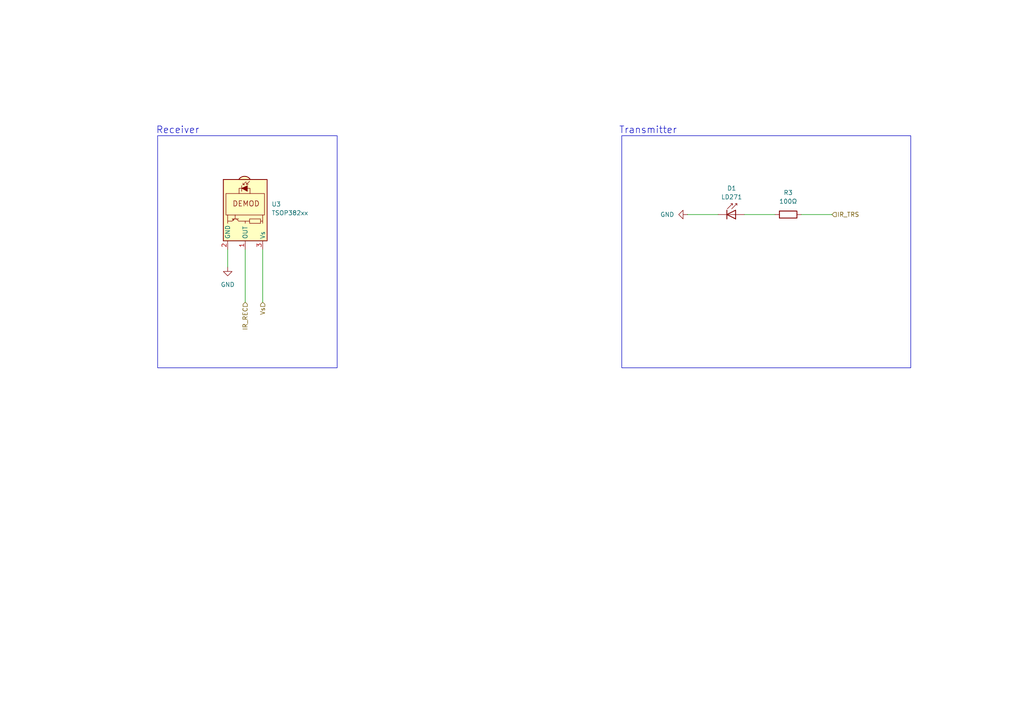
<source format=kicad_sch>
(kicad_sch (version 20250114) (generator "eeschema") (generator_version "9.0")
  (paper "A4")
  (lib_symbols
    (symbol "Device:R" (pin_numbers (hide yes)) (pin_names (offset 0))
      (property "Reference" "R" (at 2.032 0 90))
      (property "Value" "R" (at 0 0 90))
      (symbol "R_0_1"
        (rectangle (start -1.016 -2.54) (end 1.016 2.54) (stroke (width 0.254)))
      )
      (symbol "R_1_1"
        (pin passive line (at 0 3.81 270) (length 1.27) (name "~") (number "1"))
        (pin passive line (at 0 -3.81 90) (length 1.27) (name "~") (number "2"))
      )
    )
    (symbol "Interface_Optical:TSOP382xx"
      (property "Reference" "U" (at -10.16 7.62 0))
      (property "Value" "TSOP382xx" (at -10.16 -7.62 0))
      (symbol "TSOP382xx_0_0"
        (arc (start -10.287 -1.778) (mid -11.0899 -0.1905) (end -10.287 1.397) (stroke (width 0.254)) (fill (type background)))
        (polyline (pts (xy 1.905 5.08) (xy 0.127 5.08)))
        (polyline (pts (xy 1.905 -5.08) (xy 0.127 -5.08)))
        (text "DEMOD" (at -3.175 0.254 900) (effects (font (size 1.524 1.524))))
      )
      (symbol "TSOP382xx_0_1"
        (polyline (pts (xy -8.763 0.381) (xy -9.652 1.27)))
        (polyline (pts (xy -8.763 0.381) (xy -9.271 0.381)))
        (polyline (pts (xy -8.763 0.381) (xy -8.763 0.889)))
        (polyline (pts (xy -8.636 -0.635) (xy -9.525 0.254)))
        (polyline (pts (xy -8.636 -0.635) (xy -9.144 -0.635)))
        (polyline (pts (xy -8.636 -0.635) (xy -8.636 -0.127)))
        (polyline (pts (xy -8.382 0.635) (xy -6.731 0.635) (xy -7.62 -1.016) (xy -8.382 0.635)) (fill (type outline)))
        (polyline (pts (xy -8.382 -1.016) (xy -6.731 -1.016)))
        (rectangle (start -6.096 5.588) (end 0.127 -5.588))
        (polyline (pts (xy -6.096 1.397) (xy -7.62 1.397) (xy -7.62 -1.778) (xy -6.096 -1.778)))
        (polyline (pts (xy 1.27 -1.905) (xy 1.27 -3.81)))
        (polyline (pts (xy 1.27 -2.54) (xy 1.905 -1.905) (xy 1.905 0) (xy 2.54 0)))
        (polyline (pts (xy 1.27 -2.921) (xy 0.127 -2.921)))
        (polyline (pts (xy 1.27 -3.175) (xy 1.905 -3.81) (xy 1.905 -5.08) (xy 2.54 -5.08)))
        (polyline (pts (xy 1.397 -3.556) (xy 1.524 -3.556)))
        (polyline (pts (xy 1.651 -3.556) (xy 1.524 -3.556)))
        (polyline (pts (xy 1.651 -3.556) (xy 1.651 -3.302)))
        (polyline (pts (xy 1.905 4.445) (xy 1.905 5.08) (xy 2.54 5.08)))
        (polyline (pts (xy 1.905 0) (xy 1.905 1.27)))
        (rectangle (start 2.54 1.27) (end 1.27 4.445))
        (rectangle (start 7.62 6.35) (end -10.16 -6.35) (stroke (width 0.254)) (fill (type background)))
      )
      (symbol "TSOP382xx_1_1"
        (pin power_in line (at 10.16 5.08 180) (length 2.54) (name "Vs") (number "3"))
        (pin output line (at 10.16 0 180) (length 2.54) (name "OUT") (number "1"))
        (pin power_in line (at 10.16 -5.08 180) (length 2.54) (name "GND") (number "2"))
      )
    )
    (symbol "LED:LD271" (pin_numbers (hide yes)) (pin_names (offset 1.016) (hide yes))
      (property "Reference" "D" (at 0.508 1.778 0))
      (property "Value" "LD271" (at -1.016 -2.794 0))
      (symbol "LD271_0_1"
        (polyline (pts (xy -2.54 1.27) (xy -2.54 -1.27)) (stroke (width 0.254)))
        (polyline (pts (xy -2.413 1.651) (xy -0.889 3.175) (xy -0.889 2.667) (xy -0.889 3.175) (xy -1.397 3.175)))
        (polyline (pts (xy -1.143 1.651) (xy 0.381 3.175) (xy 0.381 2.667)))
        (polyline (pts (xy 0 0) (xy -2.54 0)))
        (polyline (pts (xy 0 -1.27) (xy -2.54 0) (xy 0 1.27) (xy 0 -1.27)) (stroke (width 0.254)))
        (polyline (pts (xy 0.381 3.175) (xy -0.127 3.175)))
      )
      (symbol "LD271_1_1"
        (pin passive line (at -5.08 0 0) (length 2.54) (name "K") (number "1"))
        (pin passive line (at 2.54 0 180) (length 2.54) (name "A") (number "2"))
      )
    )
    (symbol "power:GND" (power) (pin_numbers (hide yes)) (pin_names (offset 0) (hide yes))
      (property "Value" "GND" (at 0 -3.81 0))
      (symbol "GND_0_1"
        (polyline (pts (xy 0 0) (xy 0 -1.27) (xy 1.27 -1.27) (xy 0 -2.54) (xy -1.27 -1.27) (xy 0 -1.27)))
      )
      (symbol "GND_1_1"
        (pin power_in line (at 0 0 270) (length 0) (name "~") (number "1"))
      )
    )
  )
  (rectangle (start 180.34 39.37) (end 264.16 106.68))
  (rectangle (start 45.72 39.37) (end 97.79 106.68))
  (text "Transmitter" (at 187.96 37.846 0) (effects (font (size 1.9812 1.9812))))
  (text "Receiver\n" (at 51.562 37.846 0) (effects (font (size 1.9812 1.9812))))
  (wire (pts (xy 66.04 72.39) (xy 66.04 77.47)))
  (wire (pts (xy 232.41 62.23) (xy 241.3 62.23)))
  (wire (pts (xy 71.12 72.39) (xy 71.12 87.63)))
  (wire (pts (xy 199.39 62.23) (xy 208.28 62.23)))
  (wire (pts (xy 215.9 62.23) (xy 224.79 62.23)))
  (wire (pts (xy 76.2 72.39) (xy 76.2 87.63)))
  (hierarchical_label "Vs" (shape input) (at 76.2 87.63 270))
  (hierarchical_label "IR_TRS" (shape input) (at 241.3 62.23 0))
  (hierarchical_label "IR_REC" (shape input) (at 71.12 87.63 270))
  (symbol (lib_id "power:GND") (at 66.04 77.47 0) (unit 1)
    (property "Reference" "#PWR05" (effects (hide yes)))
    (property "Value" "GND" (at 66.04 82.55 0))
    (property "Description" "Power symbol creates a global label with name \"GND\" , ground" (effects (hide yes)))
  )
  (symbol (lib_id "LED:LD271") (at 213.36 62.23 0) (unit 1)
    (property "Reference" "D1" (at 212.217 54.61 0))
    (property "Value" "LD271" (at 212.217 57.15 0))
    (property "Footprint" "LED_THT:LED_D5.0mm_IRGrey" (effects (hide yes)))
    (property "Datasheet" "http://www.alliedelec.com/m/d/40788c34903a719969df15f1fbea1056.pdf" (effects (hide yes)))
    (property "Description" "940nm IR-LED, 5mm" (effects (hide yes)))
  )
  (symbol (lib_id "Interface_Optical:TSOP382xx") (at 71.12 62.23 270) (unit 1)
    (property "Reference" "U3" (at 78.74 59.2249 90) (effects (justify left)))
    (property "Value" "TSOP382xx" (at 78.74 61.7649 90) (effects (justify left)))
    (property "Footprint" "OptoDevice:Vishay_MINICAST-3Pin" (effects (hide yes)))
    (property "Datasheet" "http://www.vishay.com/docs/82491/tsop382.pdf" (effects (hide yes)))
    (property "Description" "Photo Modules for PCM Remote Control Systems" (effects (hide yes)))
  )
  (symbol (lib_id "power:GND") (at 199.39 62.23 270) (unit 1)
    (property "Reference" "#PWR06" (effects (hide yes)))
    (property "Value" "GND" (at 195.58 62.2299 90) (effects (justify right)))
    (property "Description" "Power symbol creates a global label with name \"GND\" , ground" (effects (hide yes)))
  )
  (symbol (lib_id "Device:R") (at 228.6 62.23 90) (unit 1)
    (property "Reference" "R3" (at 228.6 55.88 90))
    (property "Value" "100Ω" (at 228.6 58.42 90))
    (property "Description" "Resistor" (effects (hide yes)))
  )
)
</source>
